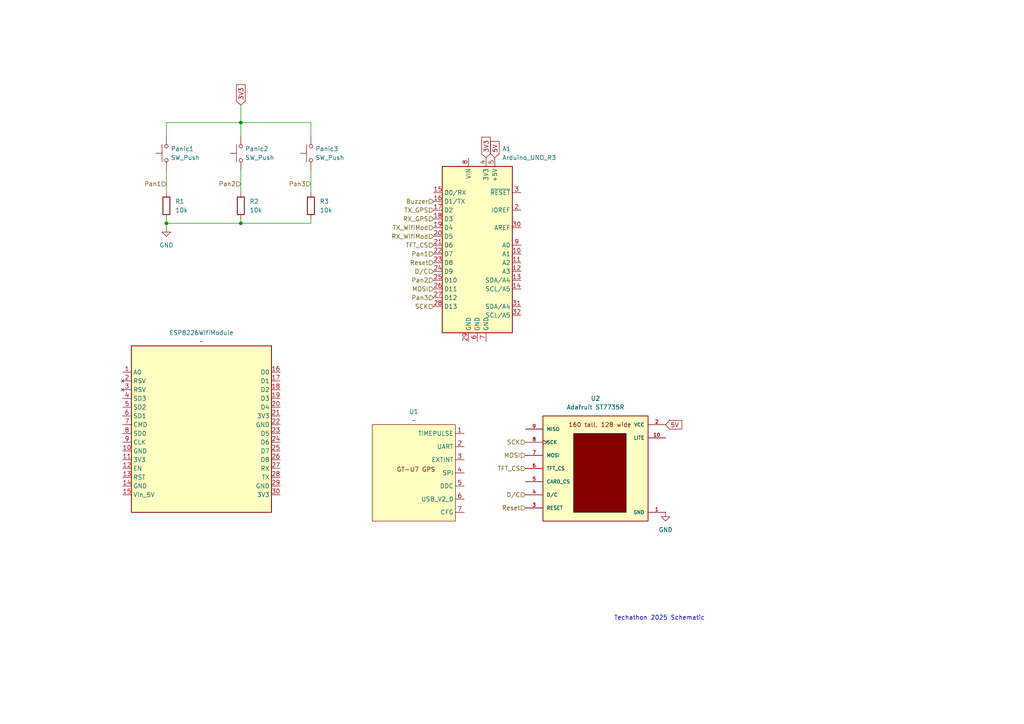
<source format=kicad_sch>
(kicad_sch
	(version 20250114)
	(generator "eeschema")
	(generator_version "9.0")
	(uuid "07ba5a02-e279-4d12-bd64-3fc406bf8f48")
	(paper "A4")
	(lib_symbols
		(symbol "Device:R"
			(pin_numbers
				(hide yes)
			)
			(pin_names
				(offset 0)
			)
			(exclude_from_sim no)
			(in_bom yes)
			(on_board yes)
			(property "Reference" "R"
				(at 2.032 0 90)
				(effects
					(font
						(size 1.27 1.27)
					)
				)
			)
			(property "Value" "R"
				(at 0 0 90)
				(effects
					(font
						(size 1.27 1.27)
					)
				)
			)
			(property "Footprint" ""
				(at -1.778 0 90)
				(effects
					(font
						(size 1.27 1.27)
					)
					(hide yes)
				)
			)
			(property "Datasheet" "~"
				(at 0 0 0)
				(effects
					(font
						(size 1.27 1.27)
					)
					(hide yes)
				)
			)
			(property "Description" "Resistor"
				(at 0 0 0)
				(effects
					(font
						(size 1.27 1.27)
					)
					(hide yes)
				)
			)
			(property "ki_keywords" "R res resistor"
				(at 0 0 0)
				(effects
					(font
						(size 1.27 1.27)
					)
					(hide yes)
				)
			)
			(property "ki_fp_filters" "R_*"
				(at 0 0 0)
				(effects
					(font
						(size 1.27 1.27)
					)
					(hide yes)
				)
			)
			(symbol "R_0_1"
				(rectangle
					(start -1.016 -2.54)
					(end 1.016 2.54)
					(stroke
						(width 0.254)
						(type default)
					)
					(fill
						(type none)
					)
				)
			)
			(symbol "R_1_1"
				(pin passive line
					(at 0 3.81 270)
					(length 1.27)
					(name "~"
						(effects
							(font
								(size 1.27 1.27)
							)
						)
					)
					(number "1"
						(effects
							(font
								(size 1.27 1.27)
							)
						)
					)
				)
				(pin passive line
					(at 0 -3.81 90)
					(length 1.27)
					(name "~"
						(effects
							(font
								(size 1.27 1.27)
							)
						)
					)
					(number "2"
						(effects
							(font
								(size 1.27 1.27)
							)
						)
					)
				)
			)
			(embedded_fonts no)
		)
		(symbol "GPS meow sym:MakerFocus GT-U7 GPS"
			(exclude_from_sim no)
			(in_bom yes)
			(on_board yes)
			(property "Reference" "U"
				(at 17.78 2.794 0)
				(effects
					(font
						(size 1.27 1.27)
					)
				)
			)
			(property "Value" ""
				(at 0 0 0)
				(effects
					(font
						(size 1.27 1.27)
					)
				)
			)
			(property "Footprint" ""
				(at 0 0 0)
				(effects
					(font
						(size 1.27 1.27)
					)
					(hide yes)
				)
			)
			(property "Datasheet" ""
				(at 0 0 0)
				(effects
					(font
						(size 1.27 1.27)
					)
					(hide yes)
				)
			)
			(property "Description" ""
				(at 0 0 0)
				(effects
					(font
						(size 1.27 1.27)
					)
					(hide yes)
				)
			)
			(symbol "MakerFocus GT-U7 GPS_0_1"
				(rectangle
					(start 6.35 0)
					(end 30.48 -27.94)
					(stroke
						(width 0)
						(type default)
					)
					(fill
						(type color)
						(color 255 255 194 1)
					)
				)
			)
			(symbol "MakerFocus GT-U7 GPS_1_1"
				(text "GT-U7 GPS\n"
					(at 19.05 -12.954 0)
					(effects
						(font
							(size 1.27 1.27)
						)
					)
				)
				(pin unspecified line
					(at 33.02 -2.54 180)
					(length 2.54)
					(name "TIMEPULSE"
						(effects
							(font
								(size 1.27 1.27)
							)
						)
					)
					(number "1"
						(effects
							(font
								(size 1.27 1.27)
							)
						)
					)
				)
				(pin output line
					(at 33.02 -6.35 180)
					(length 2.54)
					(name "UART"
						(effects
							(font
								(size 1.27 1.27)
							)
						)
					)
					(number "2"
						(effects
							(font
								(size 1.27 1.27)
							)
						)
					)
				)
				(pin unspecified line
					(at 33.02 -10.16 180)
					(length 2.54)
					(name "EXTINT"
						(effects
							(font
								(size 1.27 1.27)
							)
						)
					)
					(number "3"
						(effects
							(font
								(size 1.27 1.27)
							)
						)
					)
				)
				(pin bidirectional line
					(at 33.02 -13.97 180)
					(length 2.54)
					(name "SPI"
						(effects
							(font
								(size 1.27 1.27)
							)
						)
					)
					(number "4"
						(effects
							(font
								(size 1.27 1.27)
							)
						)
					)
				)
				(pin unspecified line
					(at 33.02 -17.78 180)
					(length 2.54)
					(name "DDC"
						(effects
							(font
								(size 1.27 1.27)
							)
						)
					)
					(number "5"
						(effects
							(font
								(size 1.27 1.27)
							)
						)
					)
				)
				(pin unspecified line
					(at 33.02 -21.59 180)
					(length 2.54)
					(name "USB_V2_0"
						(effects
							(font
								(size 1.27 1.27)
							)
						)
					)
					(number "6"
						(effects
							(font
								(size 1.27 1.27)
							)
						)
					)
				)
				(pin unspecified line
					(at 33.02 -25.4 180)
					(length 2.54)
					(name "CFG"
						(effects
							(font
								(size 1.27 1.27)
							)
						)
					)
					(number "7"
						(effects
							(font
								(size 1.27 1.27)
							)
						)
					)
				)
			)
			(embedded_fonts no)
		)
		(symbol "LCD meow sym:Adafruit_ST7735R"
			(pin_names
				(offset 1.016)
			)
			(exclude_from_sim no)
			(in_bom yes)
			(on_board yes)
			(property "Reference" "U?"
				(at -15.24 16.002 0)
				(effects
					(font
						(size 1.27 1.27)
					)
					(justify left bottom)
				)
			)
			(property "Value" "Adafruit ST7735R"
				(at -15.24 -17.78 0)
				(effects
					(font
						(size 1.27 1.27)
					)
					(justify left bottom)
				)
			)
			(property "Footprint" "ECE319K:adafruit_st7735r"
				(at -5.08 22.86 0)
				(effects
					(font
						(size 1.27 1.27)
					)
					(justify bottom)
					(hide yes)
				)
			)
			(property "Datasheet" "https://www.mouser.com/datasheet/2/737/ST7735R_V0_2-2489618.pdf"
				(at -1.27 19.05 0)
				(effects
					(font
						(size 1.27 1.27)
					)
					(hide yes)
				)
			)
			(property "Description" ""
				(at 0 0 0)
				(effects
					(font
						(size 1.27 1.27)
					)
					(hide yes)
				)
			)
			(property "Distributor" "Mouser"
				(at 0 21.59 0)
				(effects
					(font
						(size 1.27 1.27)
					)
					(hide yes)
				)
			)
			(property "Manufacturer" "Adafruit"
				(at -15.24 21.59 0)
				(effects
					(font
						(size 1.27 1.27)
					)
					(hide yes)
				)
			)
			(property "P/N" "358"
				(at -1.27 16.51 0)
				(effects
					(font
						(size 1.27 1.27)
					)
					(hide yes)
				)
			)
			(property "LCSC Part #" ""
				(at 0 0 0)
				(effects
					(font
						(size 1.27 1.27)
					)
					(hide yes)
				)
			)
			(property "Cost" "19.95"
				(at 11.43 22.86 0)
				(effects
					(font
						(size 1.27 1.27)
					)
					(hide yes)
				)
			)
			(symbol "Adafruit_ST7735R_0_0"
				(rectangle
					(start -15.24 15.24)
					(end 15.24 -15.24)
					(stroke
						(width 0.254)
						(type default)
					)
					(fill
						(type background)
					)
				)
			)
			(symbol "Adafruit_ST7735R_1_0"
				(pin output line
					(at -20.32 11.43 0)
					(length 5.08)
					(name "MISO"
						(effects
							(font
								(size 1.016 1.016)
							)
						)
					)
					(number "9"
						(effects
							(font
								(size 1.016 1.016)
							)
						)
					)
				)
				(pin input clock
					(at -20.32 7.62 0)
					(length 5.08)
					(name "SCK"
						(effects
							(font
								(size 1.016 1.016)
							)
						)
					)
					(number "8"
						(effects
							(font
								(size 1.016 1.016)
							)
						)
					)
				)
				(pin input line
					(at -20.32 3.81 0)
					(length 5.08)
					(name "MOSI"
						(effects
							(font
								(size 1.016 1.016)
							)
						)
					)
					(number "7"
						(effects
							(font
								(size 1.016 1.016)
							)
						)
					)
				)
				(pin input line
					(at -20.32 0 0)
					(length 5.08)
					(name "TFT_CS"
						(effects
							(font
								(size 1.016 1.016)
							)
						)
					)
					(number "6"
						(effects
							(font
								(size 1.016 1.016)
							)
						)
					)
				)
				(pin input line
					(at -20.32 -3.81 0)
					(length 5.08)
					(name "CARD_CS"
						(effects
							(font
								(size 1.016 1.016)
							)
						)
					)
					(number "5"
						(effects
							(font
								(size 1.016 1.016)
							)
						)
					)
				)
				(pin input line
					(at -20.32 -7.62 0)
					(length 5.08)
					(name "D/C"
						(effects
							(font
								(size 1.016 1.016)
							)
						)
					)
					(number "4"
						(effects
							(font
								(size 1.016 1.016)
							)
						)
					)
				)
				(pin input line
					(at -20.32 -11.43 0)
					(length 5.08)
					(name "RESET"
						(effects
							(font
								(size 1.016 1.016)
							)
						)
					)
					(number "3"
						(effects
							(font
								(size 1.016 1.016)
							)
						)
					)
				)
				(pin power_in line
					(at 20.32 12.7 180)
					(length 5.08)
					(name "VCC"
						(effects
							(font
								(size 1.016 1.016)
							)
						)
					)
					(number "2"
						(effects
							(font
								(size 1.016 1.016)
							)
						)
					)
				)
				(pin power_in line
					(at 20.32 8.89 180)
					(length 5.08)
					(name "LITE"
						(effects
							(font
								(size 1.016 1.016)
							)
						)
					)
					(number "10"
						(effects
							(font
								(size 1.016 1.016)
							)
						)
					)
				)
				(pin power_in line
					(at 20.32 -12.7 180)
					(length 5.08)
					(name "GND"
						(effects
							(font
								(size 1.016 1.016)
							)
						)
					)
					(number "1"
						(effects
							(font
								(size 1.016 1.016)
							)
						)
					)
				)
			)
			(symbol "Adafruit_ST7735R_1_1"
				(rectangle
					(start -6.35 10.16)
					(end 8.89 -12.7)
					(stroke
						(width 0)
						(type default)
						(color 0 0 0 1)
					)
					(fill
						(type color)
						(color 132 0 0 1)
					)
				)
				(text "160 tall, 128 wide"
					(at 1.27 12.7 0)
					(effects
						(font
							(size 1.27 1.27)
						)
					)
				)
			)
			(embedded_fonts no)
		)
		(symbol "MCU_Module:Arduino_UNO_R3"
			(exclude_from_sim no)
			(in_bom yes)
			(on_board yes)
			(property "Reference" "A"
				(at -10.16 23.495 0)
				(effects
					(font
						(size 1.27 1.27)
					)
					(justify left bottom)
				)
			)
			(property "Value" "Arduino_UNO_R3"
				(at 5.08 -26.67 0)
				(effects
					(font
						(size 1.27 1.27)
					)
					(justify left top)
				)
			)
			(property "Footprint" "Module:Arduino_UNO_R3"
				(at 0 0 0)
				(effects
					(font
						(size 1.27 1.27)
						(italic yes)
					)
					(hide yes)
				)
			)
			(property "Datasheet" "https://www.arduino.cc/en/Main/arduinoBoardUno"
				(at 0 0 0)
				(effects
					(font
						(size 1.27 1.27)
					)
					(hide yes)
				)
			)
			(property "Description" "Arduino UNO Microcontroller Module, release 3"
				(at 0 0 0)
				(effects
					(font
						(size 1.27 1.27)
					)
					(hide yes)
				)
			)
			(property "ki_keywords" "Arduino UNO R3 Microcontroller Module Atmel AVR USB"
				(at 0 0 0)
				(effects
					(font
						(size 1.27 1.27)
					)
					(hide yes)
				)
			)
			(property "ki_fp_filters" "Arduino*UNO*R3*"
				(at 0 0 0)
				(effects
					(font
						(size 1.27 1.27)
					)
					(hide yes)
				)
			)
			(symbol "Arduino_UNO_R3_0_1"
				(rectangle
					(start -10.16 22.86)
					(end 10.16 -25.4)
					(stroke
						(width 0.254)
						(type default)
					)
					(fill
						(type background)
					)
				)
			)
			(symbol "Arduino_UNO_R3_1_1"
				(pin bidirectional line
					(at -12.7 15.24 0)
					(length 2.54)
					(name "D0/RX"
						(effects
							(font
								(size 1.27 1.27)
							)
						)
					)
					(number "15"
						(effects
							(font
								(size 1.27 1.27)
							)
						)
					)
				)
				(pin bidirectional line
					(at -12.7 12.7 0)
					(length 2.54)
					(name "D1/TX"
						(effects
							(font
								(size 1.27 1.27)
							)
						)
					)
					(number "16"
						(effects
							(font
								(size 1.27 1.27)
							)
						)
					)
				)
				(pin bidirectional line
					(at -12.7 10.16 0)
					(length 2.54)
					(name "D2"
						(effects
							(font
								(size 1.27 1.27)
							)
						)
					)
					(number "17"
						(effects
							(font
								(size 1.27 1.27)
							)
						)
					)
				)
				(pin bidirectional line
					(at -12.7 7.62 0)
					(length 2.54)
					(name "D3"
						(effects
							(font
								(size 1.27 1.27)
							)
						)
					)
					(number "18"
						(effects
							(font
								(size 1.27 1.27)
							)
						)
					)
				)
				(pin bidirectional line
					(at -12.7 5.08 0)
					(length 2.54)
					(name "D4"
						(effects
							(font
								(size 1.27 1.27)
							)
						)
					)
					(number "19"
						(effects
							(font
								(size 1.27 1.27)
							)
						)
					)
				)
				(pin bidirectional line
					(at -12.7 2.54 0)
					(length 2.54)
					(name "D5"
						(effects
							(font
								(size 1.27 1.27)
							)
						)
					)
					(number "20"
						(effects
							(font
								(size 1.27 1.27)
							)
						)
					)
				)
				(pin bidirectional line
					(at -12.7 0 0)
					(length 2.54)
					(name "D6"
						(effects
							(font
								(size 1.27 1.27)
							)
						)
					)
					(number "21"
						(effects
							(font
								(size 1.27 1.27)
							)
						)
					)
				)
				(pin bidirectional line
					(at -12.7 -2.54 0)
					(length 2.54)
					(name "D7"
						(effects
							(font
								(size 1.27 1.27)
							)
						)
					)
					(number "22"
						(effects
							(font
								(size 1.27 1.27)
							)
						)
					)
				)
				(pin bidirectional line
					(at -12.7 -5.08 0)
					(length 2.54)
					(name "D8"
						(effects
							(font
								(size 1.27 1.27)
							)
						)
					)
					(number "23"
						(effects
							(font
								(size 1.27 1.27)
							)
						)
					)
				)
				(pin bidirectional line
					(at -12.7 -7.62 0)
					(length 2.54)
					(name "D9"
						(effects
							(font
								(size 1.27 1.27)
							)
						)
					)
					(number "24"
						(effects
							(font
								(size 1.27 1.27)
							)
						)
					)
				)
				(pin bidirectional line
					(at -12.7 -10.16 0)
					(length 2.54)
					(name "D10"
						(effects
							(font
								(size 1.27 1.27)
							)
						)
					)
					(number "25"
						(effects
							(font
								(size 1.27 1.27)
							)
						)
					)
				)
				(pin bidirectional line
					(at -12.7 -12.7 0)
					(length 2.54)
					(name "D11"
						(effects
							(font
								(size 1.27 1.27)
							)
						)
					)
					(number "26"
						(effects
							(font
								(size 1.27 1.27)
							)
						)
					)
				)
				(pin bidirectional line
					(at -12.7 -15.24 0)
					(length 2.54)
					(name "D12"
						(effects
							(font
								(size 1.27 1.27)
							)
						)
					)
					(number "27"
						(effects
							(font
								(size 1.27 1.27)
							)
						)
					)
				)
				(pin bidirectional line
					(at -12.7 -17.78 0)
					(length 2.54)
					(name "D13"
						(effects
							(font
								(size 1.27 1.27)
							)
						)
					)
					(number "28"
						(effects
							(font
								(size 1.27 1.27)
							)
						)
					)
				)
				(pin no_connect line
					(at -10.16 -20.32 0)
					(length 2.54)
					(hide yes)
					(name "NC"
						(effects
							(font
								(size 1.27 1.27)
							)
						)
					)
					(number "1"
						(effects
							(font
								(size 1.27 1.27)
							)
						)
					)
				)
				(pin power_in line
					(at -2.54 25.4 270)
					(length 2.54)
					(name "VIN"
						(effects
							(font
								(size 1.27 1.27)
							)
						)
					)
					(number "8"
						(effects
							(font
								(size 1.27 1.27)
							)
						)
					)
				)
				(pin power_in line
					(at -2.54 -27.94 90)
					(length 2.54)
					(name "GND"
						(effects
							(font
								(size 1.27 1.27)
							)
						)
					)
					(number "29"
						(effects
							(font
								(size 1.27 1.27)
							)
						)
					)
				)
				(pin power_in line
					(at 0 -27.94 90)
					(length 2.54)
					(name "GND"
						(effects
							(font
								(size 1.27 1.27)
							)
						)
					)
					(number "6"
						(effects
							(font
								(size 1.27 1.27)
							)
						)
					)
				)
				(pin power_out line
					(at 2.54 25.4 270)
					(length 2.54)
					(name "3V3"
						(effects
							(font
								(size 1.27 1.27)
							)
						)
					)
					(number "4"
						(effects
							(font
								(size 1.27 1.27)
							)
						)
					)
				)
				(pin power_in line
					(at 2.54 -27.94 90)
					(length 2.54)
					(name "GND"
						(effects
							(font
								(size 1.27 1.27)
							)
						)
					)
					(number "7"
						(effects
							(font
								(size 1.27 1.27)
							)
						)
					)
				)
				(pin power_out line
					(at 5.08 25.4 270)
					(length 2.54)
					(name "+5V"
						(effects
							(font
								(size 1.27 1.27)
							)
						)
					)
					(number "5"
						(effects
							(font
								(size 1.27 1.27)
							)
						)
					)
				)
				(pin input line
					(at 12.7 15.24 180)
					(length 2.54)
					(name "~{RESET}"
						(effects
							(font
								(size 1.27 1.27)
							)
						)
					)
					(number "3"
						(effects
							(font
								(size 1.27 1.27)
							)
						)
					)
				)
				(pin output line
					(at 12.7 10.16 180)
					(length 2.54)
					(name "IOREF"
						(effects
							(font
								(size 1.27 1.27)
							)
						)
					)
					(number "2"
						(effects
							(font
								(size 1.27 1.27)
							)
						)
					)
				)
				(pin input line
					(at 12.7 5.08 180)
					(length 2.54)
					(name "AREF"
						(effects
							(font
								(size 1.27 1.27)
							)
						)
					)
					(number "30"
						(effects
							(font
								(size 1.27 1.27)
							)
						)
					)
				)
				(pin bidirectional line
					(at 12.7 0 180)
					(length 2.54)
					(name "A0"
						(effects
							(font
								(size 1.27 1.27)
							)
						)
					)
					(number "9"
						(effects
							(font
								(size 1.27 1.27)
							)
						)
					)
				)
				(pin bidirectional line
					(at 12.7 -2.54 180)
					(length 2.54)
					(name "A1"
						(effects
							(font
								(size 1.27 1.27)
							)
						)
					)
					(number "10"
						(effects
							(font
								(size 1.27 1.27)
							)
						)
					)
				)
				(pin bidirectional line
					(at 12.7 -5.08 180)
					(length 2.54)
					(name "A2"
						(effects
							(font
								(size 1.27 1.27)
							)
						)
					)
					(number "11"
						(effects
							(font
								(size 1.27 1.27)
							)
						)
					)
				)
				(pin bidirectional line
					(at 12.7 -7.62 180)
					(length 2.54)
					(name "A3"
						(effects
							(font
								(size 1.27 1.27)
							)
						)
					)
					(number "12"
						(effects
							(font
								(size 1.27 1.27)
							)
						)
					)
				)
				(pin bidirectional line
					(at 12.7 -10.16 180)
					(length 2.54)
					(name "SDA/A4"
						(effects
							(font
								(size 1.27 1.27)
							)
						)
					)
					(number "13"
						(effects
							(font
								(size 1.27 1.27)
							)
						)
					)
				)
				(pin bidirectional line
					(at 12.7 -12.7 180)
					(length 2.54)
					(name "SCL/A5"
						(effects
							(font
								(size 1.27 1.27)
							)
						)
					)
					(number "14"
						(effects
							(font
								(size 1.27 1.27)
							)
						)
					)
				)
				(pin bidirectional line
					(at 12.7 -17.78 180)
					(length 2.54)
					(name "SDA/A4"
						(effects
							(font
								(size 1.27 1.27)
							)
						)
					)
					(number "31"
						(effects
							(font
								(size 1.27 1.27)
							)
						)
					)
				)
				(pin bidirectional line
					(at 12.7 -20.32 180)
					(length 2.54)
					(name "SCL/A5"
						(effects
							(font
								(size 1.27 1.27)
							)
						)
					)
					(number "32"
						(effects
							(font
								(size 1.27 1.27)
							)
						)
					)
				)
			)
			(embedded_fonts no)
		)
		(symbol "Switch:SW_Push"
			(pin_numbers
				(hide yes)
			)
			(pin_names
				(offset 1.016)
				(hide yes)
			)
			(exclude_from_sim no)
			(in_bom yes)
			(on_board yes)
			(property "Reference" "SW"
				(at 1.27 2.54 0)
				(effects
					(font
						(size 1.27 1.27)
					)
					(justify left)
				)
			)
			(property "Value" "SW_Push"
				(at 0 -1.524 0)
				(effects
					(font
						(size 1.27 1.27)
					)
				)
			)
			(property "Footprint" ""
				(at 0 5.08 0)
				(effects
					(font
						(size 1.27 1.27)
					)
					(hide yes)
				)
			)
			(property "Datasheet" "~"
				(at 0 5.08 0)
				(effects
					(font
						(size 1.27 1.27)
					)
					(hide yes)
				)
			)
			(property "Description" "Push button switch, generic, two pins"
				(at 0 0 0)
				(effects
					(font
						(size 1.27 1.27)
					)
					(hide yes)
				)
			)
			(property "ki_keywords" "switch normally-open pushbutton push-button"
				(at 0 0 0)
				(effects
					(font
						(size 1.27 1.27)
					)
					(hide yes)
				)
			)
			(symbol "SW_Push_0_1"
				(circle
					(center -2.032 0)
					(radius 0.508)
					(stroke
						(width 0)
						(type default)
					)
					(fill
						(type none)
					)
				)
				(polyline
					(pts
						(xy 0 1.27) (xy 0 3.048)
					)
					(stroke
						(width 0)
						(type default)
					)
					(fill
						(type none)
					)
				)
				(circle
					(center 2.032 0)
					(radius 0.508)
					(stroke
						(width 0)
						(type default)
					)
					(fill
						(type none)
					)
				)
				(polyline
					(pts
						(xy 2.54 1.27) (xy -2.54 1.27)
					)
					(stroke
						(width 0)
						(type default)
					)
					(fill
						(type none)
					)
				)
				(pin passive line
					(at -5.08 0 0)
					(length 2.54)
					(name "1"
						(effects
							(font
								(size 1.27 1.27)
							)
						)
					)
					(number "1"
						(effects
							(font
								(size 1.27 1.27)
							)
						)
					)
				)
				(pin passive line
					(at 5.08 0 180)
					(length 2.54)
					(name "2"
						(effects
							(font
								(size 1.27 1.27)
							)
						)
					)
					(number "2"
						(effects
							(font
								(size 1.27 1.27)
							)
						)
					)
				)
			)
			(embedded_fonts no)
		)
		(symbol "Techathon_Sym:ESP8226"
			(exclude_from_sim no)
			(in_bom yes)
			(on_board yes)
			(property "Reference" "ESP8266"
				(at 0 0 0)
				(effects
					(font
						(size 1.27 1.27)
					)
				)
			)
			(property "Value" ""
				(at 0 0 0)
				(effects
					(font
						(size 1.27 1.27)
					)
				)
			)
			(property "Footprint" ""
				(at 0 0 0)
				(effects
					(font
						(size 1.27 1.27)
					)
					(hide yes)
				)
			)
			(property "Datasheet" ""
				(at 0 0 0)
				(effects
					(font
						(size 1.27 1.27)
					)
					(hide yes)
				)
			)
			(property "Description" ""
				(at 0 0 0)
				(effects
					(font
						(size 1.27 1.27)
					)
					(hide yes)
				)
			)
			(symbol "ESP8226_0_1"
				(rectangle
					(start -20.32 -3.81)
					(end 20.32 -52.07)
					(stroke
						(width 0.254)
						(type default)
					)
					(fill
						(type background)
					)
				)
			)
			(symbol "ESP8226_1_1"
				(pin unspecified line
					(at -22.86 -11.43 0)
					(length 2.54)
					(name "A0"
						(effects
							(font
								(size 1.27 1.27)
							)
						)
					)
					(number "1"
						(effects
							(font
								(size 1.27 1.27)
							)
						)
					)
				)
				(pin no_connect line
					(at -22.86 -13.97 0)
					(length 2.54)
					(name "RSV"
						(effects
							(font
								(size 1.27 1.27)
							)
						)
					)
					(number "2"
						(effects
							(font
								(size 1.27 1.27)
							)
						)
					)
				)
				(pin no_connect line
					(at -22.86 -16.51 0)
					(length 2.54)
					(name "RSV"
						(effects
							(font
								(size 1.27 1.27)
							)
						)
					)
					(number "3"
						(effects
							(font
								(size 1.27 1.27)
							)
						)
					)
				)
				(pin bidirectional line
					(at -22.86 -19.05 0)
					(length 2.54)
					(name "SD3"
						(effects
							(font
								(size 1.27 1.27)
							)
						)
					)
					(number "4"
						(effects
							(font
								(size 1.27 1.27)
							)
						)
					)
				)
				(pin bidirectional line
					(at -22.86 -21.59 0)
					(length 2.54)
					(name "SD2"
						(effects
							(font
								(size 1.27 1.27)
							)
						)
					)
					(number "5"
						(effects
							(font
								(size 1.27 1.27)
							)
						)
					)
				)
				(pin bidirectional line
					(at -22.86 -24.13 0)
					(length 2.54)
					(name "SD1"
						(effects
							(font
								(size 1.27 1.27)
							)
						)
					)
					(number "6"
						(effects
							(font
								(size 1.27 1.27)
							)
						)
					)
				)
				(pin unspecified line
					(at -22.86 -26.67 0)
					(length 2.54)
					(name "CMD"
						(effects
							(font
								(size 1.27 1.27)
							)
						)
					)
					(number "7"
						(effects
							(font
								(size 1.27 1.27)
							)
						)
					)
				)
				(pin bidirectional line
					(at -22.86 -29.21 0)
					(length 2.54)
					(name "SD0"
						(effects
							(font
								(size 1.27 1.27)
							)
						)
					)
					(number "8"
						(effects
							(font
								(size 1.27 1.27)
							)
						)
					)
				)
				(pin bidirectional line
					(at -22.86 -31.75 0)
					(length 2.54)
					(name "CLK"
						(effects
							(font
								(size 1.27 1.27)
							)
						)
					)
					(number "9"
						(effects
							(font
								(size 1.27 1.27)
							)
						)
					)
				)
				(pin power_in line
					(at -22.86 -34.29 0)
					(length 2.54)
					(name "GND"
						(effects
							(font
								(size 1.27 1.27)
							)
						)
					)
					(number "10"
						(effects
							(font
								(size 1.27 1.27)
							)
						)
					)
				)
				(pin power_in line
					(at -22.86 -36.83 0)
					(length 2.54)
					(name "3V3"
						(effects
							(font
								(size 1.27 1.27)
							)
						)
					)
					(number "11"
						(effects
							(font
								(size 1.27 1.27)
							)
						)
					)
				)
				(pin bidirectional line
					(at -22.86 -39.37 0)
					(length 2.54)
					(name "EN"
						(effects
							(font
								(size 1.27 1.27)
							)
						)
					)
					(number "12"
						(effects
							(font
								(size 1.27 1.27)
							)
						)
					)
				)
				(pin bidirectional line
					(at -22.86 -41.91 0)
					(length 2.54)
					(name "RST"
						(effects
							(font
								(size 1.27 1.27)
							)
						)
					)
					(number "13"
						(effects
							(font
								(size 1.27 1.27)
							)
						)
					)
				)
				(pin power_in line
					(at -22.86 -44.45 0)
					(length 2.54)
					(name "GND"
						(effects
							(font
								(size 1.27 1.27)
							)
						)
					)
					(number "14"
						(effects
							(font
								(size 1.27 1.27)
							)
						)
					)
				)
				(pin bidirectional line
					(at -22.86 -46.99 0)
					(length 2.54)
					(name "Vin_5V"
						(effects
							(font
								(size 1.27 1.27)
							)
						)
					)
					(number "15"
						(effects
							(font
								(size 1.27 1.27)
							)
						)
					)
				)
				(pin bidirectional line
					(at 22.86 -11.43 180)
					(length 2.54)
					(name "D0"
						(effects
							(font
								(size 1.27 1.27)
							)
						)
					)
					(number "16"
						(effects
							(font
								(size 1.27 1.27)
							)
						)
					)
				)
				(pin bidirectional line
					(at 22.86 -13.97 180)
					(length 2.54)
					(name "D1"
						(effects
							(font
								(size 1.27 1.27)
							)
						)
					)
					(number "17"
						(effects
							(font
								(size 1.27 1.27)
							)
						)
					)
				)
				(pin bidirectional line
					(at 22.86 -16.51 180)
					(length 2.54)
					(name "D2"
						(effects
							(font
								(size 1.27 1.27)
							)
						)
					)
					(number "18"
						(effects
							(font
								(size 1.27 1.27)
							)
						)
					)
				)
				(pin bidirectional line
					(at 22.86 -19.05 180)
					(length 2.54)
					(name "D3"
						(effects
							(font
								(size 1.27 1.27)
							)
						)
					)
					(number "19"
						(effects
							(font
								(size 1.27 1.27)
							)
						)
					)
				)
				(pin bidirectional line
					(at 22.86 -21.59 180)
					(length 2.54)
					(name "D4"
						(effects
							(font
								(size 1.27 1.27)
							)
						)
					)
					(number "20"
						(effects
							(font
								(size 1.27 1.27)
							)
						)
					)
				)
				(pin power_in line
					(at 22.86 -24.13 180)
					(length 2.54)
					(name "3V3"
						(effects
							(font
								(size 1.27 1.27)
							)
						)
					)
					(number "21"
						(effects
							(font
								(size 1.27 1.27)
							)
						)
					)
				)
				(pin power_in line
					(at 22.86 -26.67 180)
					(length 2.54)
					(name "GND"
						(effects
							(font
								(size 1.27 1.27)
							)
						)
					)
					(number "22"
						(effects
							(font
								(size 1.27 1.27)
							)
						)
					)
				)
				(pin bidirectional line
					(at 22.86 -29.21 180)
					(length 2.54)
					(name "D5"
						(effects
							(font
								(size 1.27 1.27)
							)
						)
					)
					(number "23"
						(effects
							(font
								(size 1.27 1.27)
							)
						)
					)
				)
				(pin bidirectional line
					(at 22.86 -31.75 180)
					(length 2.54)
					(name "D6"
						(effects
							(font
								(size 1.27 1.27)
							)
						)
					)
					(number "24"
						(effects
							(font
								(size 1.27 1.27)
							)
						)
					)
				)
				(pin bidirectional line
					(at 22.86 -34.29 180)
					(length 2.54)
					(name "D7"
						(effects
							(font
								(size 1.27 1.27)
							)
						)
					)
					(number "25"
						(effects
							(font
								(size 1.27 1.27)
							)
						)
					)
				)
				(pin bidirectional line
					(at 22.86 -36.83 180)
					(length 2.54)
					(name "D8"
						(effects
							(font
								(size 1.27 1.27)
							)
						)
					)
					(number "26"
						(effects
							(font
								(size 1.27 1.27)
							)
						)
					)
				)
				(pin bidirectional line
					(at 22.86 -39.37 180)
					(length 2.54)
					(name "RX"
						(effects
							(font
								(size 1.27 1.27)
							)
						)
					)
					(number "27"
						(effects
							(font
								(size 1.27 1.27)
							)
						)
					)
				)
				(pin bidirectional line
					(at 22.86 -41.91 180)
					(length 2.54)
					(name "TX"
						(effects
							(font
								(size 1.27 1.27)
							)
						)
					)
					(number "28"
						(effects
							(font
								(size 1.27 1.27)
							)
						)
					)
				)
				(pin power_in line
					(at 22.86 -44.45 180)
					(length 2.54)
					(name "GND"
						(effects
							(font
								(size 1.27 1.27)
							)
						)
					)
					(number "29"
						(effects
							(font
								(size 1.27 1.27)
							)
						)
					)
				)
				(pin power_in line
					(at 22.86 -46.99 180)
					(length 2.54)
					(name "3V3"
						(effects
							(font
								(size 1.27 1.27)
							)
						)
					)
					(number "30"
						(effects
							(font
								(size 1.27 1.27)
							)
						)
					)
				)
			)
			(embedded_fonts no)
		)
		(symbol "power:GND"
			(power)
			(pin_numbers
				(hide yes)
			)
			(pin_names
				(offset 0)
				(hide yes)
			)
			(exclude_from_sim no)
			(in_bom yes)
			(on_board yes)
			(property "Reference" "#PWR"
				(at 0 -6.35 0)
				(effects
					(font
						(size 1.27 1.27)
					)
					(hide yes)
				)
			)
			(property "Value" "GND"
				(at 0 -3.81 0)
				(effects
					(font
						(size 1.27 1.27)
					)
				)
			)
			(property "Footprint" ""
				(at 0 0 0)
				(effects
					(font
						(size 1.27 1.27)
					)
					(hide yes)
				)
			)
			(property "Datasheet" ""
				(at 0 0 0)
				(effects
					(font
						(size 1.27 1.27)
					)
					(hide yes)
				)
			)
			(property "Description" "Power symbol creates a global label with name \"GND\" , ground"
				(at 0 0 0)
				(effects
					(font
						(size 1.27 1.27)
					)
					(hide yes)
				)
			)
			(property "ki_keywords" "global power"
				(at 0 0 0)
				(effects
					(font
						(size 1.27 1.27)
					)
					(hide yes)
				)
			)
			(symbol "GND_0_1"
				(polyline
					(pts
						(xy 0 0) (xy 0 -1.27) (xy 1.27 -1.27) (xy 0 -2.54) (xy -1.27 -1.27) (xy 0 -1.27)
					)
					(stroke
						(width 0)
						(type default)
					)
					(fill
						(type none)
					)
				)
			)
			(symbol "GND_1_1"
				(pin power_in line
					(at 0 0 270)
					(length 0)
					(name "~"
						(effects
							(font
								(size 1.27 1.27)
							)
						)
					)
					(number "1"
						(effects
							(font
								(size 1.27 1.27)
							)
						)
					)
				)
			)
			(embedded_fonts no)
		)
	)
	(text "Techathon 2025 Schematic"
		(exclude_from_sim no)
		(at 191.262 179.324 0)
		(effects
			(font
				(size 1.27 1.27)
			)
		)
		(uuid "64a84d98-1fca-40fe-a4ea-757eb4132106")
	)
	(junction
		(at 69.85 35.56)
		(diameter 0)
		(color 0 0 0 0)
		(uuid "2d0a685b-5099-406d-99c1-6d8e60fb2d73")
	)
	(junction
		(at 69.85 64.77)
		(diameter 0)
		(color 0 0 0 0)
		(uuid "52935892-4ef5-4484-af75-e5417b6dfa7d")
	)
	(junction
		(at 48.26 64.77)
		(diameter 0)
		(color 0 0 0 0)
		(uuid "6c5d6fad-6eb1-4718-a810-c4b34ff766dd")
	)
	(wire
		(pts
			(xy 69.85 64.77) (xy 69.85 63.5)
		)
		(stroke
			(width 0)
			(type default)
		)
		(uuid "0a5bd57c-2339-4fa7-9f6c-ffe20458b8d2")
	)
	(wire
		(pts
			(xy 48.26 49.53) (xy 48.26 55.88)
		)
		(stroke
			(width 0)
			(type default)
		)
		(uuid "0db4270e-4a3b-45bd-a4fc-8077831c7f7c")
	)
	(wire
		(pts
			(xy 90.17 49.53) (xy 90.17 55.88)
		)
		(stroke
			(width 0)
			(type default)
		)
		(uuid "16089c55-ec73-43d7-86d5-e9ebc1e8b83a")
	)
	(wire
		(pts
			(xy 48.26 35.56) (xy 69.85 35.56)
		)
		(stroke
			(width 0)
			(type default)
		)
		(uuid "1e9164c6-5437-43ae-ad5e-33f7a30d9910")
	)
	(wire
		(pts
			(xy 90.17 35.56) (xy 90.17 39.37)
		)
		(stroke
			(width 0)
			(type default)
		)
		(uuid "1f8d43fb-ca44-451b-b696-c5bc7caf9a32")
	)
	(wire
		(pts
			(xy 48.26 64.77) (xy 48.26 66.04)
		)
		(stroke
			(width 0)
			(type default)
		)
		(uuid "32163444-c5cb-43f2-b378-2030fc3e3f04")
	)
	(wire
		(pts
			(xy 69.85 35.56) (xy 69.85 39.37)
		)
		(stroke
			(width 0)
			(type default)
		)
		(uuid "33f19787-fa35-4fc3-a1b4-79e4e1009b11")
	)
	(wire
		(pts
			(xy 90.17 64.77) (xy 69.85 64.77)
		)
		(stroke
			(width 0)
			(type default)
		)
		(uuid "4d9a2a54-f321-47fc-b2be-e5b9f2fdf455")
	)
	(wire
		(pts
			(xy 48.26 39.37) (xy 48.26 35.56)
		)
		(stroke
			(width 0)
			(type default)
		)
		(uuid "675a4849-56cb-4bbf-84c3-cf75e3766c0a")
	)
	(wire
		(pts
			(xy 48.26 64.77) (xy 69.85 64.77)
		)
		(stroke
			(width 0)
			(type default)
		)
		(uuid "a0fea8c4-706b-48c0-8691-af3a0887d60c")
	)
	(wire
		(pts
			(xy 69.85 30.48) (xy 69.85 35.56)
		)
		(stroke
			(width 0)
			(type default)
		)
		(uuid "b2fa1b36-089f-4653-817b-a45cdacffcce")
	)
	(wire
		(pts
			(xy 69.85 49.53) (xy 69.85 55.88)
		)
		(stroke
			(width 0)
			(type default)
		)
		(uuid "e42c8ca5-3ca6-4875-a8ee-866c712c036f")
	)
	(wire
		(pts
			(xy 48.26 63.5) (xy 48.26 64.77)
		)
		(stroke
			(width 0)
			(type default)
		)
		(uuid "f5ff6743-f5a6-4c5c-8215-43ba7309d6a2")
	)
	(wire
		(pts
			(xy 90.17 63.5) (xy 90.17 64.77)
		)
		(stroke
			(width 0)
			(type default)
		)
		(uuid "fb8c3c97-3d87-4eb3-bd26-3d8552e7b698")
	)
	(wire
		(pts
			(xy 69.85 35.56) (xy 90.17 35.56)
		)
		(stroke
			(width 0)
			(type default)
		)
		(uuid "fec76b4d-fcb0-489e-90f4-6e6036e61ccf")
	)
	(global_label "3V3"
		(shape input)
		(at 140.97 45.72 90)
		(fields_autoplaced yes)
		(effects
			(font
				(size 1.27 1.27)
			)
			(justify left)
		)
		(uuid "4d9f426c-b2ed-4656-9ea1-0ccb187a0927")
		(property "Intersheetrefs" "${INTERSHEET_REFS}"
			(at 140.97 39.2272 90)
			(effects
				(font
					(size 1.27 1.27)
				)
				(justify left)
				(hide yes)
			)
		)
	)
	(global_label "3V3"
		(shape input)
		(at 69.85 30.48 90)
		(fields_autoplaced yes)
		(effects
			(font
				(size 1.27 1.27)
			)
			(justify left)
		)
		(uuid "6f54a140-aef6-4d76-abfb-bb4add84aa6f")
		(property "Intersheetrefs" "${INTERSHEET_REFS}"
			(at 69.85 23.9872 90)
			(effects
				(font
					(size 1.27 1.27)
				)
				(justify left)
				(hide yes)
			)
		)
	)
	(global_label "5V"
		(shape input)
		(at 143.51 45.72 90)
		(fields_autoplaced yes)
		(effects
			(font
				(size 1.27 1.27)
			)
			(justify left)
		)
		(uuid "a2ac7175-45d5-4c99-93f7-817079e5381f")
		(property "Intersheetrefs" "${INTERSHEET_REFS}"
			(at 143.51 40.4367 90)
			(effects
				(font
					(size 1.27 1.27)
				)
				(justify left)
				(hide yes)
			)
		)
	)
	(global_label "5V"
		(shape input)
		(at 193.04 123.19 0)
		(fields_autoplaced yes)
		(effects
			(font
				(size 1.27 1.27)
			)
			(justify left)
		)
		(uuid "d2b2a8c1-cdac-46b7-8954-85cedffbf7a2")
		(property "Intersheetrefs" "${INTERSHEET_REFS}"
			(at 198.3233 123.19 0)
			(effects
				(font
					(size 1.27 1.27)
				)
				(justify left)
				(hide yes)
			)
		)
	)
	(hierarchical_label "RX_GPS"
		(shape input)
		(at 125.73 63.5 180)
		(effects
			(font
				(size 1.27 1.27)
			)
			(justify right)
		)
		(uuid "0030908c-8e98-4831-919f-cdc8775361d9")
	)
	(hierarchical_label "D{slash}C"
		(shape input)
		(at 125.73 78.74 180)
		(effects
			(font
				(size 1.27 1.27)
			)
			(justify right)
		)
		(uuid "0491385c-99c0-4e7a-9c52-09656ecb4102")
	)
	(hierarchical_label "Pan3"
		(shape input)
		(at 90.17 53.34 180)
		(effects
			(font
				(size 1.27 1.27)
			)
			(justify right)
		)
		(uuid "04fcac7b-84c7-4f97-b597-44223dc20208")
	)
	(hierarchical_label "Reset"
		(shape input)
		(at 125.73 76.2 180)
		(effects
			(font
				(size 1.27 1.27)
			)
			(justify right)
		)
		(uuid "05d113ad-0d92-430d-9c73-0802c1b44486")
	)
	(hierarchical_label "TFT_CS"
		(shape input)
		(at 125.73 71.12 180)
		(effects
			(font
				(size 1.27 1.27)
			)
			(justify right)
		)
		(uuid "0d7be403-867a-4315-a803-3ff99a71ec40")
	)
	(hierarchical_label "Buzzer"
		(shape input)
		(at 125.73 58.42 180)
		(effects
			(font
				(size 1.27 1.27)
			)
			(justify right)
		)
		(uuid "1aa06907-1d15-4248-b1be-ea76ba366253")
	)
	(hierarchical_label "TFT_CS"
		(shape input)
		(at 152.4 135.89 180)
		(effects
			(font
				(size 1.27 1.27)
			)
			(justify right)
		)
		(uuid "1ec6c221-a5f4-4d1a-afab-5f4e33909ffb")
	)
	(hierarchical_label "TX_GPS"
		(shape input)
		(at 125.73 60.96 180)
		(effects
			(font
				(size 1.27 1.27)
			)
			(justify right)
		)
		(uuid "29db1006-6bd0-4ccc-98e4-6454ef6ad2d7")
	)
	(hierarchical_label "SCK"
		(shape input)
		(at 152.4 128.27 180)
		(effects
			(font
				(size 1.27 1.27)
			)
			(justify right)
		)
		(uuid "2bf0ae1f-096c-4727-ac25-aefeb4aa68e7")
	)
	(hierarchical_label "Pan1"
		(shape input)
		(at 125.73 73.66 180)
		(effects
			(font
				(size 1.27 1.27)
			)
			(justify right)
		)
		(uuid "34501705-de6c-450b-b253-5c2a31d259c9")
	)
	(hierarchical_label "Pan2"
		(shape input)
		(at 69.85 53.34 180)
		(effects
			(font
				(size 1.27 1.27)
			)
			(justify right)
		)
		(uuid "394baf69-2659-4dd0-b99a-72005cbf64cc")
	)
	(hierarchical_label "D{slash}C"
		(shape input)
		(at 152.4 143.51 180)
		(effects
			(font
				(size 1.27 1.27)
			)
			(justify right)
		)
		(uuid "46aacf39-676f-42df-9c44-8899685cdb1b")
	)
	(hierarchical_label "SCK"
		(shape input)
		(at 125.73 88.9 180)
		(effects
			(font
				(size 1.27 1.27)
			)
			(justify right)
		)
		(uuid "52a840d7-eed6-41c8-bbaa-e339fe7430e1")
	)
	(hierarchical_label "MOSI"
		(shape input)
		(at 125.73 83.82 180)
		(effects
			(font
				(size 1.27 1.27)
			)
			(justify right)
		)
		(uuid "661999f2-b9a4-44b2-af16-6ea32b8b18b5")
	)
	(hierarchical_label "Reset"
		(shape input)
		(at 152.4 147.32 180)
		(effects
			(font
				(size 1.27 1.27)
			)
			(justify right)
		)
		(uuid "745935bb-7c15-46ad-8b77-e509143216ea")
	)
	(hierarchical_label "MOSI"
		(shape input)
		(at 152.4 132.08 180)
		(effects
			(font
				(size 1.27 1.27)
			)
			(justify right)
		)
		(uuid "78c22211-d752-4c3f-b2f8-eb81807f2df4")
	)
	(hierarchical_label "Pan1"
		(shape input)
		(at 48.26 53.34 180)
		(effects
			(font
				(size 1.27 1.27)
			)
			(justify right)
		)
		(uuid "7aed3431-44a5-4a45-ba44-47a6df0a6646")
	)
	(hierarchical_label "TX_WifiMod"
		(shape input)
		(at 125.73 66.04 180)
		(effects
			(font
				(size 1.27 1.27)
			)
			(justify right)
		)
		(uuid "804f961e-f72f-49cf-a112-0ecd2a321abc")
	)
	(hierarchical_label "RX_WifiMod"
		(shape input)
		(at 125.73 68.58 180)
		(effects
			(font
				(size 1.27 1.27)
			)
			(justify right)
		)
		(uuid "b4507fb6-fcb2-4260-bb45-42d267e29098")
	)
	(hierarchical_label "Pan3"
		(shape input)
		(at 125.73 86.36 180)
		(effects
			(font
				(size 1.27 1.27)
			)
			(justify right)
		)
		(uuid "bc070b6f-fe88-4a32-8510-6532f589b92a")
	)
	(hierarchical_label "Pan2"
		(shape input)
		(at 125.73 81.28 180)
		(effects
			(font
				(size 1.27 1.27)
			)
			(justify right)
		)
		(uuid "ebd41590-ac08-40cf-a007-8c856a4dc5de")
	)
	(symbol
		(lib_id "power:GND")
		(at 48.26 66.04 0)
		(unit 1)
		(exclude_from_sim no)
		(in_bom yes)
		(on_board yes)
		(dnp no)
		(fields_autoplaced yes)
		(uuid "07a7f543-e933-4fb3-82f0-6bffc40732cc")
		(property "Reference" "#PWR01"
			(at 48.26 72.39 0)
			(effects
				(font
					(size 1.27 1.27)
				)
				(hide yes)
			)
		)
		(property "Value" "GND"
			(at 48.26 71.12 0)
			(effects
				(font
					(size 1.27 1.27)
				)
			)
		)
		(property "Footprint" ""
			(at 48.26 66.04 0)
			(effects
				(font
					(size 1.27 1.27)
				)
				(hide yes)
			)
		)
		(property "Datasheet" ""
			(at 48.26 66.04 0)
			(effects
				(font
					(size 1.27 1.27)
				)
				(hide yes)
			)
		)
		(property "Description" "Power symbol creates a global label with name \"GND\" , ground"
			(at 48.26 66.04 0)
			(effects
				(font
					(size 1.27 1.27)
				)
				(hide yes)
			)
		)
		(pin "1"
			(uuid "9d7752d2-08b8-49a9-8516-894e8ecf0c17")
		)
		(instances
			(project ""
				(path "/07ba5a02-e279-4d12-bd64-3fc406bf8f48"
					(reference "#PWR01")
					(unit 1)
				)
			)
		)
	)
	(symbol
		(lib_id "LCD meow sym:Adafruit_ST7735R")
		(at 172.72 135.89 0)
		(unit 1)
		(exclude_from_sim no)
		(in_bom yes)
		(on_board yes)
		(dnp no)
		(fields_autoplaced yes)
		(uuid "31ac8f83-a027-4fe6-bb50-dd065ab21aa4")
		(property "Reference" "U2"
			(at 172.72 115.57 0)
			(effects
				(font
					(size 1.27 1.27)
				)
			)
		)
		(property "Value" "Adafruit ST7735R"
			(at 172.72 118.11 0)
			(effects
				(font
					(size 1.27 1.27)
				)
			)
		)
		(property "Footprint" "ECE319K:adafruit_st7735r"
			(at 167.64 113.03 0)
			(effects
				(font
					(size 1.27 1.27)
				)
				(justify bottom)
				(hide yes)
			)
		)
		(property "Datasheet" "https://www.mouser.com/datasheet/2/737/ST7735R_V0_2-2489618.pdf"
			(at 171.45 116.84 0)
			(effects
				(font
					(size 1.27 1.27)
				)
				(hide yes)
			)
		)
		(property "Description" ""
			(at 172.72 135.89 0)
			(effects
				(font
					(size 1.27 1.27)
				)
				(hide yes)
			)
		)
		(property "Distributor" "Mouser"
			(at 172.72 114.3 0)
			(effects
				(font
					(size 1.27 1.27)
				)
				(hide yes)
			)
		)
		(property "Manufacturer" "Adafruit"
			(at 157.48 114.3 0)
			(effects
				(font
					(size 1.27 1.27)
				)
				(hide yes)
			)
		)
		(property "P/N" "358"
			(at 171.45 119.38 0)
			(effects
				(font
					(size 1.27 1.27)
				)
				(hide yes)
			)
		)
		(property "LCSC Part #" ""
			(at 172.72 135.89 0)
			(effects
				(font
					(size 1.27 1.27)
				)
				(hide yes)
			)
		)
		(property "Cost" "19.95"
			(at 184.15 113.03 0)
			(effects
				(font
					(size 1.27 1.27)
				)
				(hide yes)
			)
		)
		(pin "9"
			(uuid "01119031-4b18-4bc2-abd9-a39cfea10fd9")
		)
		(pin "3"
			(uuid "5947a6d9-c8df-4c21-8920-e5af262dcbe6")
		)
		(pin "5"
			(uuid "ef65b114-9abf-4cc5-9605-ffe872322b1b")
		)
		(pin "7"
			(uuid "ba89d66e-8fee-41e9-87f1-8627f72eff87")
		)
		(pin "10"
			(uuid "69b798eb-0d96-4efc-b562-7b3b47fff3c0")
		)
		(pin "2"
			(uuid "e3f5fa13-2dd4-407c-ab3a-329f2b293aba")
		)
		(pin "6"
			(uuid "81918672-8c03-48d2-ac4a-11849c752dbb")
		)
		(pin "4"
			(uuid "b8ad3aab-b70e-4ecc-af28-39076243d1c1")
		)
		(pin "8"
			(uuid "36e69cca-a897-4a0d-a814-013d9fcb2c97")
		)
		(pin "1"
			(uuid "060fe1da-1f91-4c25-a87d-44dbacef132d")
		)
		(instances
			(project ""
				(path "/07ba5a02-e279-4d12-bd64-3fc406bf8f48"
					(reference "U2")
					(unit 1)
				)
			)
		)
	)
	(symbol
		(lib_id "power:GND")
		(at 193.04 148.59 0)
		(unit 1)
		(exclude_from_sim no)
		(in_bom yes)
		(on_board yes)
		(dnp no)
		(fields_autoplaced yes)
		(uuid "37aa74d6-3e53-46ba-a4ba-088dc476b3e1")
		(property "Reference" "#PWR02"
			(at 193.04 154.94 0)
			(effects
				(font
					(size 1.27 1.27)
				)
				(hide yes)
			)
		)
		(property "Value" "GND"
			(at 193.04 153.67 0)
			(effects
				(font
					(size 1.27 1.27)
				)
			)
		)
		(property "Footprint" ""
			(at 193.04 148.59 0)
			(effects
				(font
					(size 1.27 1.27)
				)
				(hide yes)
			)
		)
		(property "Datasheet" ""
			(at 193.04 148.59 0)
			(effects
				(font
					(size 1.27 1.27)
				)
				(hide yes)
			)
		)
		(property "Description" "Power symbol creates a global label with name \"GND\" , ground"
			(at 193.04 148.59 0)
			(effects
				(font
					(size 1.27 1.27)
				)
				(hide yes)
			)
		)
		(pin "1"
			(uuid "a738b30d-3781-4e62-a8b0-3d563956c901")
		)
		(instances
			(project ""
				(path "/07ba5a02-e279-4d12-bd64-3fc406bf8f48"
					(reference "#PWR02")
					(unit 1)
				)
			)
		)
	)
	(symbol
		(lib_id "MCU_Module:Arduino_UNO_R3")
		(at 138.43 71.12 0)
		(unit 1)
		(exclude_from_sim no)
		(in_bom yes)
		(on_board yes)
		(dnp no)
		(fields_autoplaced yes)
		(uuid "37b42318-6ed2-4a45-9945-8e7362770bfe")
		(property "Reference" "A1"
			(at 145.6533 43.18 0)
			(effects
				(font
					(size 1.27 1.27)
				)
				(justify left)
			)
		)
		(property "Value" "Arduino_UNO_R3"
			(at 145.6533 45.72 0)
			(effects
				(font
					(size 1.27 1.27)
				)
				(justify left)
			)
		)
		(property "Footprint" "Module:Arduino_UNO_R3"
			(at 138.43 71.12 0)
			(effects
				(font
					(size 1.27 1.27)
					(italic yes)
				)
				(hide yes)
			)
		)
		(property "Datasheet" "https://www.arduino.cc/en/Main/arduinoBoardUno"
			(at 138.43 71.12 0)
			(effects
				(font
					(size 1.27 1.27)
				)
				(hide yes)
			)
		)
		(property "Description" "Arduino UNO Microcontroller Module, release 3"
			(at 138.43 71.12 0)
			(effects
				(font
					(size 1.27 1.27)
				)
				(hide yes)
			)
		)
		(pin "6"
			(uuid "cf8cc03c-60d7-4cd7-996f-b5ae6fe373f3")
		)
		(pin "24"
			(uuid "5b33ed13-e6a2-4eb6-b573-dd68adeb83f4")
		)
		(pin "2"
			(uuid "eb57cd4c-ebba-4abf-9a44-508f355c6936")
		)
		(pin "27"
			(uuid "63b634b0-df0b-4d60-8f42-0ab4dcb4f441")
		)
		(pin "19"
			(uuid "d2e7cde8-474c-43b7-8d42-b9abc430bb06")
		)
		(pin "16"
			(uuid "d94a6700-2328-415c-b25d-39b7dbf37a6b")
		)
		(pin "12"
			(uuid "74315b07-439b-4b15-891b-c029d47ea619")
		)
		(pin "31"
			(uuid "96746d56-7b19-41e0-9f0a-f9202ffa111c")
		)
		(pin "20"
			(uuid "69c7110c-ddfc-4d03-9ba7-267fca6720a6")
		)
		(pin "14"
			(uuid "172b9681-5833-4213-ac31-1de9d149ab36")
		)
		(pin "17"
			(uuid "a9ca4214-0a8e-4301-a986-bff44b3259b5")
		)
		(pin "18"
			(uuid "36c8acdf-bda2-4cc5-8835-a594592e57d9")
		)
		(pin "28"
			(uuid "eb5f1fbf-52e4-4ee5-95d1-c8f13b0e89d3")
		)
		(pin "4"
			(uuid "00e4682d-b2e6-4b1c-83d5-aa1745083b13")
		)
		(pin "23"
			(uuid "8d0af580-0078-46d8-9b4d-a17fa5df4189")
		)
		(pin "5"
			(uuid "bc20b15f-1373-4c72-a32e-03aea527c8a3")
		)
		(pin "15"
			(uuid "114eca1a-e9d4-40b5-b8e1-3b5b056e01d6")
		)
		(pin "1"
			(uuid "46fabb11-d7b7-446f-8c84-387d93d8e48d")
		)
		(pin "22"
			(uuid "451bacb4-c5a4-435d-bc6e-d972da64d8dc")
		)
		(pin "21"
			(uuid "ea595a06-fb4a-48d3-8ddb-4823e00eb8ca")
		)
		(pin "25"
			(uuid "76f1661c-7187-445e-9919-315d2a70fe84")
		)
		(pin "8"
			(uuid "a7effdef-7762-453b-bd52-f7814d8b9a07")
		)
		(pin "29"
			(uuid "6645098e-5256-41db-acdb-dacc5e36bd47")
		)
		(pin "26"
			(uuid "44a8e813-e464-4ac8-b319-d16bb66246dd")
		)
		(pin "7"
			(uuid "72373c2e-926b-4042-b210-b48f05f7e21f")
		)
		(pin "3"
			(uuid "9d255bdc-51fa-4b6f-b212-edd8ee3321e5")
		)
		(pin "30"
			(uuid "bf1bec8d-1395-49b2-9dcb-a222231b3fad")
		)
		(pin "10"
			(uuid "689dafef-ff65-4b2e-b39d-7cc1df248e67")
		)
		(pin "9"
			(uuid "2cfc4ce5-d3a2-4301-90dd-4df598b01acb")
		)
		(pin "11"
			(uuid "4378d5a8-45bd-474d-bcb3-72eda20913b1")
		)
		(pin "13"
			(uuid "ddb5aae5-2822-40e4-b136-08d8a929c07c")
		)
		(pin "32"
			(uuid "0401908b-28a3-4690-8515-7336c141671e")
		)
		(instances
			(project ""
				(path "/07ba5a02-e279-4d12-bd64-3fc406bf8f48"
					(reference "A1")
					(unit 1)
				)
			)
		)
	)
	(symbol
		(lib_id "Device:R")
		(at 90.17 59.69 0)
		(unit 1)
		(exclude_from_sim no)
		(in_bom yes)
		(on_board yes)
		(dnp no)
		(fields_autoplaced yes)
		(uuid "556f6507-5934-4e7d-8ec3-780b9b63aa21")
		(property "Reference" "R3"
			(at 92.71 58.4199 0)
			(effects
				(font
					(size 1.27 1.27)
				)
				(justify left)
			)
		)
		(property "Value" "10k"
			(at 92.71 60.9599 0)
			(effects
				(font
					(size 1.27 1.27)
				)
				(justify left)
			)
		)
		(property "Footprint" ""
			(at 88.392 59.69 90)
			(effects
				(font
					(size 1.27 1.27)
				)
				(hide yes)
			)
		)
		(property "Datasheet" "~"
			(at 90.17 59.69 0)
			(effects
				(font
					(size 1.27 1.27)
				)
				(hide yes)
			)
		)
		(property "Description" "Resistor"
			(at 90.17 59.69 0)
			(effects
				(font
					(size 1.27 1.27)
				)
				(hide yes)
			)
		)
		(pin "1"
			(uuid "73935dc1-d19e-47c1-8f08-b911b01e6be3")
		)
		(pin "2"
			(uuid "fd27afc7-19dd-40b5-8535-c0c4858b8bc5")
		)
		(instances
			(project "Schemet"
				(path "/07ba5a02-e279-4d12-bd64-3fc406bf8f48"
					(reference "R3")
					(unit 1)
				)
			)
		)
	)
	(symbol
		(lib_id "Switch:SW_Push")
		(at 90.17 44.45 90)
		(unit 1)
		(exclude_from_sim no)
		(in_bom yes)
		(on_board yes)
		(dnp no)
		(fields_autoplaced yes)
		(uuid "85fc2046-ca3d-4079-a870-f0fa8fdc4942")
		(property "Reference" "Panic3"
			(at 91.44 43.1799 90)
			(effects
				(font
					(size 1.27 1.27)
				)
				(justify right)
			)
		)
		(property "Value" "SW_Push"
			(at 91.44 45.7199 90)
			(effects
				(font
					(size 1.27 1.27)
				)
				(justify right)
			)
		)
		(property "Footprint" ""
			(at 85.09 44.45 0)
			(effects
				(font
					(size 1.27 1.27)
				)
				(hide yes)
			)
		)
		(property "Datasheet" "~"
			(at 85.09 44.45 0)
			(effects
				(font
					(size 1.27 1.27)
				)
				(hide yes)
			)
		)
		(property "Description" "Push button switch, generic, two pins"
			(at 90.17 44.45 0)
			(effects
				(font
					(size 1.27 1.27)
				)
				(hide yes)
			)
		)
		(pin "1"
			(uuid "ac15fae2-4221-4572-8a81-1220d1f0feb3")
		)
		(pin "2"
			(uuid "1c42c529-efc5-4bb8-ba62-d6f52485a5f1")
		)
		(instances
			(project "Schemet"
				(path "/07ba5a02-e279-4d12-bd64-3fc406bf8f48"
					(reference "Panic3")
					(unit 1)
				)
			)
		)
	)
	(symbol
		(lib_id "GPS meow sym:MakerFocus GT-U7 GPS")
		(at 101.6 123.19 0)
		(unit 1)
		(exclude_from_sim no)
		(in_bom yes)
		(on_board yes)
		(dnp no)
		(fields_autoplaced yes)
		(uuid "8ddd73c0-2ee8-480b-9c14-dfd4af3cd1cd")
		(property "Reference" "U1"
			(at 120.015 119.38 0)
			(effects
				(font
					(size 1.27 1.27)
				)
			)
		)
		(property "Value" "~"
			(at 120.015 121.92 0)
			(effects
				(font
					(size 1.27 1.27)
				)
			)
		)
		(property "Footprint" ""
			(at 101.6 123.19 0)
			(effects
				(font
					(size 1.27 1.27)
				)
				(hide yes)
			)
		)
		(property "Datasheet" ""
			(at 101.6 123.19 0)
			(effects
				(font
					(size 1.27 1.27)
				)
				(hide yes)
			)
		)
		(property "Description" ""
			(at 101.6 123.19 0)
			(effects
				(font
					(size 1.27 1.27)
				)
				(hide yes)
			)
		)
		(pin "2"
			(uuid "66a99da5-58ed-47c3-a8f7-15082d956f78")
		)
		(pin "4"
			(uuid "0ea3d031-1df2-4466-991d-3c8c5a3f3da6")
		)
		(pin "6"
			(uuid "4294c648-5cae-42a6-9c42-fd608e3ae35f")
		)
		(pin "1"
			(uuid "cd77070f-8378-42e4-b501-a2544e179ac4")
		)
		(pin "5"
			(uuid "c2ffca61-4b41-441e-9ef1-28b9e037758d")
		)
		(pin "7"
			(uuid "24ddaea8-5fc2-4173-a5e4-8966193f5552")
		)
		(pin "3"
			(uuid "514b3898-72ec-4e57-a349-56f5d0d3fcab")
		)
		(instances
			(project ""
				(path "/07ba5a02-e279-4d12-bd64-3fc406bf8f48"
					(reference "U1")
					(unit 1)
				)
			)
		)
	)
	(symbol
		(lib_id "Device:R")
		(at 48.26 59.69 0)
		(unit 1)
		(exclude_from_sim no)
		(in_bom yes)
		(on_board yes)
		(dnp no)
		(fields_autoplaced yes)
		(uuid "9682021a-6989-4d4c-9e3f-22b4f67557a6")
		(property "Reference" "R1"
			(at 50.8 58.4199 0)
			(effects
				(font
					(size 1.27 1.27)
				)
				(justify left)
			)
		)
		(property "Value" "10k"
			(at 50.8 60.9599 0)
			(effects
				(font
					(size 1.27 1.27)
				)
				(justify left)
			)
		)
		(property "Footprint" ""
			(at 46.482 59.69 90)
			(effects
				(font
					(size 1.27 1.27)
				)
				(hide yes)
			)
		)
		(property "Datasheet" "~"
			(at 48.26 59.69 0)
			(effects
				(font
					(size 1.27 1.27)
				)
				(hide yes)
			)
		)
		(property "Description" "Resistor"
			(at 48.26 59.69 0)
			(effects
				(font
					(size 1.27 1.27)
				)
				(hide yes)
			)
		)
		(pin "1"
			(uuid "a060032d-bab9-4bc7-830f-61448d09557c")
		)
		(pin "2"
			(uuid "5923bec5-6ce3-4a3d-86f6-4372e215f3ce")
		)
		(instances
			(project ""
				(path "/07ba5a02-e279-4d12-bd64-3fc406bf8f48"
					(reference "R1")
					(unit 1)
				)
			)
		)
	)
	(symbol
		(lib_id "Techathon_Sym:ESP8226")
		(at 58.42 96.52 0)
		(unit 1)
		(exclude_from_sim no)
		(in_bom yes)
		(on_board yes)
		(dnp no)
		(fields_autoplaced yes)
		(uuid "a9587b19-6652-4dca-8fe8-da74e76ae69f")
		(property "Reference" "ESP8226WifiModule"
			(at 58.42 96.52 0)
			(effects
				(font
					(size 1.27 1.27)
				)
			)
		)
		(property "Value" "~"
			(at 58.42 99.06 0)
			(effects
				(font
					(size 1.27 1.27)
				)
			)
		)
		(property "Footprint" ""
			(at 58.42 96.52 0)
			(effects
				(font
					(size 1.27 1.27)
				)
				(hide yes)
			)
		)
		(property "Datasheet" ""
			(at 58.42 96.52 0)
			(effects
				(font
					(size 1.27 1.27)
				)
				(hide yes)
			)
		)
		(property "Description" ""
			(at 58.42 96.52 0)
			(effects
				(font
					(size 1.27 1.27)
				)
				(hide yes)
			)
		)
		(pin "3"
			(uuid "8a71b197-7b5c-4905-8236-efb3b2f1030a")
		)
		(pin "8"
			(uuid "dfa61337-c230-4b97-bc0b-1c82c12fb36e")
		)
		(pin "6"
			(uuid "3a6a70d0-d287-45da-aaa2-895e79955e7d")
		)
		(pin "10"
			(uuid "f8d64f9e-7370-4e40-8647-177b7eb0b46d")
		)
		(pin "1"
			(uuid "6b47a9c6-2122-41a9-913e-864cec89d7de")
		)
		(pin "5"
			(uuid "48a6d601-cdfb-49b8-8a87-668bf43dcddc")
		)
		(pin "7"
			(uuid "1ce571cd-cc78-44a0-8f0b-9eb53a13a98e")
		)
		(pin "9"
			(uuid "2d7b0211-7f66-45ab-b752-4675733990c8")
		)
		(pin "13"
			(uuid "4caf1526-f722-4338-8a6f-2d599858b7e6")
		)
		(pin "4"
			(uuid "dadf5779-110d-43f1-9276-3528237dab1c")
		)
		(pin "19"
			(uuid "93aff209-2842-4187-8f51-232743a8372d")
		)
		(pin "15"
			(uuid "74c3314e-b450-4e00-970f-45a196285910")
		)
		(pin "20"
			(uuid "9cba21f8-e76f-4eda-85bb-724f0e254d54")
		)
		(pin "25"
			(uuid "fa306117-2c8d-40aa-9139-3f5b738e6385")
		)
		(pin "14"
			(uuid "ba544e3d-0b3c-4787-a581-bf64d0808e3e")
		)
		(pin "22"
			(uuid "d08cbc02-2ad3-4325-9a56-dc8fbbf8ab3f")
		)
		(pin "23"
			(uuid "0a458091-78e5-48bf-97b7-9bf3a84ac8a1")
		)
		(pin "2"
			(uuid "d23c6204-5deb-4e7c-94ea-e5f46ae2982e")
		)
		(pin "11"
			(uuid "bc9e92df-7e6b-479b-8009-8ef361189557")
		)
		(pin "12"
			(uuid "406ff912-2838-452a-9c62-c7ae2a6f4d37")
		)
		(pin "17"
			(uuid "03c30893-dc82-49df-b0be-e071877792e5")
		)
		(pin "18"
			(uuid "6e681a01-3a6b-41f7-a950-354222013199")
		)
		(pin "16"
			(uuid "e8f2f8c5-05ad-4344-8c2b-498cf01f83c6")
		)
		(pin "21"
			(uuid "33460913-c429-4a41-a9c2-038ee95613c8")
		)
		(pin "24"
			(uuid "74c24886-a3a9-4de4-b59a-889847895d6b")
		)
		(pin "26"
			(uuid "6cb4848d-3415-4e75-9f68-0b345ac94766")
		)
		(pin "27"
			(uuid "f8c906dd-1a39-4091-a6bb-b77c0d506bba")
		)
		(pin "28"
			(uuid "0150131f-991e-4579-b6c2-85e969809647")
		)
		(pin "29"
			(uuid "87aa63ad-355a-451d-9b68-2019f584e5e2")
		)
		(pin "30"
			(uuid "37c06241-0003-4b82-92fc-3d110b3d38d2")
		)
		(instances
			(project ""
				(path "/07ba5a02-e279-4d12-bd64-3fc406bf8f48"
					(reference "ESP8226WifiModule")
					(unit 1)
				)
			)
		)
	)
	(symbol
		(lib_id "Device:R")
		(at 69.85 59.69 0)
		(unit 1)
		(exclude_from_sim no)
		(in_bom yes)
		(on_board yes)
		(dnp no)
		(fields_autoplaced yes)
		(uuid "da41b676-8fc1-4e5d-9f13-0cfbe2996e8c")
		(property "Reference" "R2"
			(at 72.39 58.4199 0)
			(effects
				(font
					(size 1.27 1.27)
				)
				(justify left)
			)
		)
		(property "Value" "10k"
			(at 72.39 60.9599 0)
			(effects
				(font
					(size 1.27 1.27)
				)
				(justify left)
			)
		)
		(property "Footprint" ""
			(at 68.072 59.69 90)
			(effects
				(font
					(size 1.27 1.27)
				)
				(hide yes)
			)
		)
		(property "Datasheet" "~"
			(at 69.85 59.69 0)
			(effects
				(font
					(size 1.27 1.27)
				)
				(hide yes)
			)
		)
		(property "Description" "Resistor"
			(at 69.85 59.69 0)
			(effects
				(font
					(size 1.27 1.27)
				)
				(hide yes)
			)
		)
		(pin "1"
			(uuid "20dc0fb6-c1d5-4ddc-a7c8-0452553317ef")
		)
		(pin "2"
			(uuid "7b128679-0a3b-4c53-9e3e-0f235ad7314f")
		)
		(instances
			(project "Schemet"
				(path "/07ba5a02-e279-4d12-bd64-3fc406bf8f48"
					(reference "R2")
					(unit 1)
				)
			)
		)
	)
	(symbol
		(lib_id "Switch:SW_Push")
		(at 48.26 44.45 90)
		(unit 1)
		(exclude_from_sim no)
		(in_bom yes)
		(on_board yes)
		(dnp no)
		(fields_autoplaced yes)
		(uuid "edcdecda-f1bc-4a27-bb4d-7fb0161e0e97")
		(property "Reference" "Panic1"
			(at 49.53 43.1799 90)
			(effects
				(font
					(size 1.27 1.27)
				)
				(justify right)
			)
		)
		(property "Value" "SW_Push"
			(at 49.53 45.7199 90)
			(effects
				(font
					(size 1.27 1.27)
				)
				(justify right)
			)
		)
		(property "Footprint" ""
			(at 43.18 44.45 0)
			(effects
				(font
					(size 1.27 1.27)
				)
				(hide yes)
			)
		)
		(property "Datasheet" "~"
			(at 43.18 44.45 0)
			(effects
				(font
					(size 1.27 1.27)
				)
				(hide yes)
			)
		)
		(property "Description" "Push button switch, generic, two pins"
			(at 48.26 44.45 0)
			(effects
				(font
					(size 1.27 1.27)
				)
				(hide yes)
			)
		)
		(pin "1"
			(uuid "8569049d-5da8-4fe0-9547-446bf560ef6a")
		)
		(pin "2"
			(uuid "7e4eecca-0485-4052-9e2e-7991b8002f44")
		)
		(instances
			(project ""
				(path "/07ba5a02-e279-4d12-bd64-3fc406bf8f48"
					(reference "Panic1")
					(unit 1)
				)
			)
		)
	)
	(symbol
		(lib_id "Switch:SW_Push")
		(at 69.85 44.45 90)
		(unit 1)
		(exclude_from_sim no)
		(in_bom yes)
		(on_board yes)
		(dnp no)
		(fields_autoplaced yes)
		(uuid "f360f7d6-fe8f-4320-8618-17f2f6c64ee9")
		(property "Reference" "Panic2"
			(at 71.12 43.1799 90)
			(effects
				(font
					(size 1.27 1.27)
				)
				(justify right)
			)
		)
		(property "Value" "SW_Push"
			(at 71.12 45.7199 90)
			(effects
				(font
					(size 1.27 1.27)
				)
				(justify right)
			)
		)
		(property "Footprint" ""
			(at 64.77 44.45 0)
			(effects
				(font
					(size 1.27 1.27)
				)
				(hide yes)
			)
		)
		(property "Datasheet" "~"
			(at 64.77 44.45 0)
			(effects
				(font
					(size 1.27 1.27)
				)
				(hide yes)
			)
		)
		(property "Description" "Push button switch, generic, two pins"
			(at 69.85 44.45 0)
			(effects
				(font
					(size 1.27 1.27)
				)
				(hide yes)
			)
		)
		(pin "1"
			(uuid "d27c482b-4346-41e9-8825-ba1a3f0d0132")
		)
		(pin "2"
			(uuid "98c64915-3496-4c65-944f-f7a5371f01d0")
		)
		(instances
			(project "Schemet"
				(path "/07ba5a02-e279-4d12-bd64-3fc406bf8f48"
					(reference "Panic2")
					(unit 1)
				)
			)
		)
	)
	(sheet_instances
		(path "/"
			(page "1")
		)
	)
	(embedded_fonts no)
)

</source>
